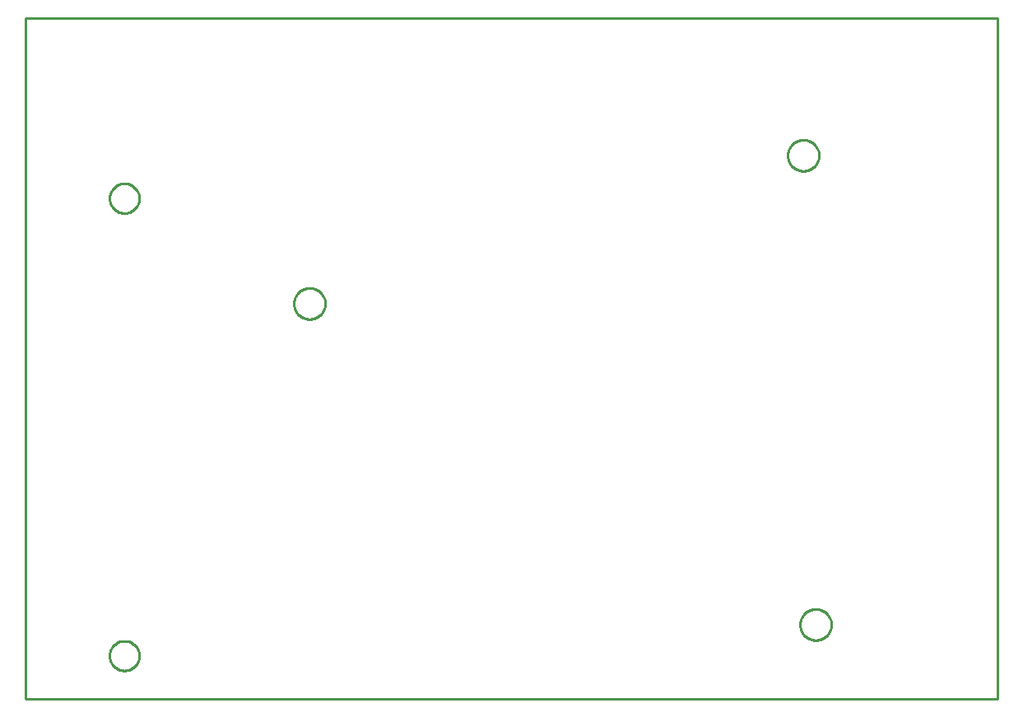
<source format=gbr>
G04 EAGLE Gerber X2 export*
%TF.Part,Single*%
%TF.FileFunction,Profile,NP*%
%TF.FilePolarity,Positive*%
%TF.GenerationSoftware,Autodesk,EAGLE,9.6.2*%
%TF.CreationDate,2020-09-17T17:49:48Z*%
G75*
%MOMM*%
%FSLAX34Y34*%
%LPD*%
%IN*%
%AMOC8*
5,1,8,0,0,1.08239X$1,22.5*%
G01*
%ADD10C,0.254000*%


D10*
X0Y0D02*
X1000000Y0D01*
X1000000Y700000D01*
X0Y700000D01*
X0Y0D01*
X101056Y499364D02*
X99970Y499442D01*
X98892Y499597D01*
X97829Y499828D01*
X96784Y500135D01*
X95764Y500515D01*
X94774Y500967D01*
X93819Y501489D01*
X92903Y502078D01*
X92031Y502730D01*
X91209Y503443D01*
X90439Y504213D01*
X89726Y505035D01*
X89074Y505907D01*
X88485Y506823D01*
X87963Y507778D01*
X87511Y508768D01*
X87131Y509788D01*
X86824Y510833D01*
X86593Y511896D01*
X86438Y512974D01*
X86360Y514060D01*
X86360Y515148D01*
X86438Y516234D01*
X86593Y517312D01*
X86824Y518375D01*
X87131Y519420D01*
X87511Y520440D01*
X87963Y521430D01*
X88485Y522385D01*
X89074Y523301D01*
X89726Y524173D01*
X90439Y524995D01*
X91209Y525765D01*
X92031Y526478D01*
X92903Y527130D01*
X93819Y527719D01*
X94774Y528241D01*
X95764Y528693D01*
X96784Y529073D01*
X97829Y529380D01*
X98892Y529611D01*
X99970Y529766D01*
X101056Y529844D01*
X102144Y529844D01*
X103230Y529766D01*
X104308Y529611D01*
X105371Y529380D01*
X106416Y529073D01*
X107436Y528693D01*
X108426Y528241D01*
X109381Y527719D01*
X110297Y527130D01*
X111169Y526478D01*
X111991Y525765D01*
X112761Y524995D01*
X113474Y524173D01*
X114126Y523301D01*
X114715Y522385D01*
X115237Y521430D01*
X115689Y520440D01*
X116069Y519420D01*
X116376Y518375D01*
X116607Y517312D01*
X116762Y516234D01*
X116840Y515148D01*
X116840Y514060D01*
X116762Y512974D01*
X116607Y511896D01*
X116376Y510833D01*
X116069Y509788D01*
X115689Y508768D01*
X115237Y507778D01*
X114715Y506823D01*
X114126Y505907D01*
X113474Y505035D01*
X112761Y504213D01*
X111991Y503443D01*
X111169Y502730D01*
X110297Y502078D01*
X109381Y501489D01*
X108426Y500967D01*
X107436Y500515D01*
X106416Y500135D01*
X105371Y499828D01*
X104308Y499597D01*
X103230Y499442D01*
X102144Y499364D01*
X101056Y499364D01*
X101056Y28956D02*
X99970Y29034D01*
X98892Y29189D01*
X97829Y29420D01*
X96784Y29727D01*
X95764Y30107D01*
X94774Y30559D01*
X93819Y31081D01*
X92903Y31670D01*
X92031Y32322D01*
X91209Y33035D01*
X90439Y33805D01*
X89726Y34627D01*
X89074Y35499D01*
X88485Y36415D01*
X87963Y37370D01*
X87511Y38360D01*
X87131Y39380D01*
X86824Y40425D01*
X86593Y41488D01*
X86438Y42566D01*
X86360Y43652D01*
X86360Y44740D01*
X86438Y45826D01*
X86593Y46904D01*
X86824Y47967D01*
X87131Y49012D01*
X87511Y50032D01*
X87963Y51022D01*
X88485Y51977D01*
X89074Y52893D01*
X89726Y53765D01*
X90439Y54587D01*
X91209Y55357D01*
X92031Y56070D01*
X92903Y56722D01*
X93819Y57311D01*
X94774Y57833D01*
X95764Y58285D01*
X96784Y58665D01*
X97829Y58972D01*
X98892Y59203D01*
X99970Y59358D01*
X101056Y59436D01*
X102144Y59436D01*
X103230Y59358D01*
X104308Y59203D01*
X105371Y58972D01*
X106416Y58665D01*
X107436Y58285D01*
X108426Y57833D01*
X109381Y57311D01*
X110297Y56722D01*
X111169Y56070D01*
X111991Y55357D01*
X112761Y54587D01*
X113474Y53765D01*
X114126Y52893D01*
X114715Y51977D01*
X115237Y51022D01*
X115689Y50032D01*
X116069Y49012D01*
X116376Y47967D01*
X116607Y46904D01*
X116762Y45826D01*
X116840Y44740D01*
X116840Y43652D01*
X116762Y42566D01*
X116607Y41488D01*
X116376Y40425D01*
X116069Y39380D01*
X115689Y38360D01*
X115237Y37370D01*
X114715Y36415D01*
X114126Y35499D01*
X113474Y34627D01*
X112761Y33805D01*
X111991Y33035D01*
X111169Y32322D01*
X110297Y31670D01*
X109381Y31081D01*
X108426Y30559D01*
X107436Y30107D01*
X106416Y29727D01*
X105371Y29420D01*
X104308Y29189D01*
X103230Y29034D01*
X102144Y28956D01*
X101056Y28956D01*
X784100Y558276D02*
X784169Y557231D01*
X784305Y556192D01*
X784510Y555165D01*
X784781Y554153D01*
X785117Y553161D01*
X785518Y552193D01*
X785982Y551254D01*
X786506Y550346D01*
X787088Y549475D01*
X787725Y548644D01*
X788416Y547857D01*
X789157Y547116D01*
X789944Y546425D01*
X790775Y545788D01*
X791646Y545206D01*
X792554Y544682D01*
X793493Y544218D01*
X794461Y543817D01*
X795453Y543481D01*
X796465Y543210D01*
X797492Y543005D01*
X798531Y542869D01*
X799576Y542800D01*
X800624Y542800D01*
X801669Y542869D01*
X802708Y543005D01*
X803735Y543210D01*
X804747Y543481D01*
X805739Y543817D01*
X806707Y544218D01*
X807646Y544682D01*
X808554Y545206D01*
X809425Y545788D01*
X810256Y546425D01*
X811043Y547116D01*
X811784Y547857D01*
X812475Y548644D01*
X813113Y549475D01*
X813695Y550346D01*
X814218Y551254D01*
X814682Y552193D01*
X815083Y553161D01*
X815419Y554153D01*
X815690Y555165D01*
X815895Y556192D01*
X816032Y557231D01*
X816100Y558276D01*
X816100Y559324D01*
X816032Y560369D01*
X815895Y561408D01*
X815690Y562435D01*
X815419Y563447D01*
X815083Y564439D01*
X814682Y565407D01*
X814218Y566346D01*
X813695Y567254D01*
X813113Y568125D01*
X812475Y568956D01*
X811784Y569743D01*
X811043Y570484D01*
X810256Y571175D01*
X809425Y571813D01*
X808554Y572395D01*
X807646Y572918D01*
X806707Y573382D01*
X805739Y573783D01*
X804747Y574119D01*
X803735Y574390D01*
X802708Y574595D01*
X801669Y574732D01*
X800624Y574800D01*
X799576Y574800D01*
X798531Y574732D01*
X797492Y574595D01*
X796465Y574390D01*
X795453Y574119D01*
X794461Y573783D01*
X793493Y573382D01*
X792554Y572918D01*
X791646Y572395D01*
X790775Y571813D01*
X789944Y571175D01*
X789157Y570484D01*
X788416Y569743D01*
X787725Y568956D01*
X787088Y568125D01*
X786506Y567254D01*
X785982Y566346D01*
X785518Y565407D01*
X785117Y564439D01*
X784781Y563447D01*
X784510Y562435D01*
X784305Y561408D01*
X784169Y560369D01*
X784100Y559324D01*
X784100Y558276D01*
X276100Y405876D02*
X276169Y404831D01*
X276305Y403792D01*
X276510Y402765D01*
X276781Y401753D01*
X277117Y400761D01*
X277518Y399793D01*
X277982Y398854D01*
X278506Y397946D01*
X279088Y397075D01*
X279725Y396244D01*
X280416Y395457D01*
X281157Y394716D01*
X281944Y394025D01*
X282775Y393388D01*
X283646Y392806D01*
X284554Y392282D01*
X285493Y391818D01*
X286461Y391417D01*
X287453Y391081D01*
X288465Y390810D01*
X289492Y390605D01*
X290531Y390469D01*
X291576Y390400D01*
X292624Y390400D01*
X293669Y390469D01*
X294708Y390605D01*
X295735Y390810D01*
X296747Y391081D01*
X297739Y391417D01*
X298707Y391818D01*
X299646Y392282D01*
X300554Y392806D01*
X301425Y393388D01*
X302256Y394025D01*
X303043Y394716D01*
X303784Y395457D01*
X304475Y396244D01*
X305113Y397075D01*
X305695Y397946D01*
X306218Y398854D01*
X306682Y399793D01*
X307083Y400761D01*
X307419Y401753D01*
X307690Y402765D01*
X307895Y403792D01*
X308032Y404831D01*
X308100Y405876D01*
X308100Y406924D01*
X308032Y407969D01*
X307895Y409008D01*
X307690Y410035D01*
X307419Y411047D01*
X307083Y412039D01*
X306682Y413007D01*
X306218Y413946D01*
X305695Y414854D01*
X305113Y415725D01*
X304475Y416556D01*
X303784Y417343D01*
X303043Y418084D01*
X302256Y418775D01*
X301425Y419413D01*
X300554Y419995D01*
X299646Y420518D01*
X298707Y420982D01*
X297739Y421383D01*
X296747Y421719D01*
X295735Y421990D01*
X294708Y422195D01*
X293669Y422332D01*
X292624Y422400D01*
X291576Y422400D01*
X290531Y422332D01*
X289492Y422195D01*
X288465Y421990D01*
X287453Y421719D01*
X286461Y421383D01*
X285493Y420982D01*
X284554Y420518D01*
X283646Y419995D01*
X282775Y419413D01*
X281944Y418775D01*
X281157Y418084D01*
X280416Y417343D01*
X279725Y416556D01*
X279088Y415725D01*
X278506Y414854D01*
X277982Y413946D01*
X277518Y413007D01*
X277117Y412039D01*
X276781Y411047D01*
X276510Y410035D01*
X276305Y409008D01*
X276169Y407969D01*
X276100Y406924D01*
X276100Y405876D01*
X796800Y75676D02*
X796869Y74631D01*
X797005Y73592D01*
X797210Y72565D01*
X797481Y71553D01*
X797817Y70561D01*
X798218Y69593D01*
X798682Y68654D01*
X799206Y67746D01*
X799788Y66875D01*
X800425Y66044D01*
X801116Y65257D01*
X801857Y64516D01*
X802644Y63825D01*
X803475Y63188D01*
X804346Y62606D01*
X805254Y62082D01*
X806193Y61618D01*
X807161Y61217D01*
X808153Y60881D01*
X809165Y60610D01*
X810192Y60405D01*
X811231Y60269D01*
X812276Y60200D01*
X813324Y60200D01*
X814369Y60269D01*
X815408Y60405D01*
X816435Y60610D01*
X817447Y60881D01*
X818439Y61217D01*
X819407Y61618D01*
X820346Y62082D01*
X821254Y62606D01*
X822125Y63188D01*
X822956Y63825D01*
X823743Y64516D01*
X824484Y65257D01*
X825175Y66044D01*
X825813Y66875D01*
X826395Y67746D01*
X826918Y68654D01*
X827382Y69593D01*
X827783Y70561D01*
X828119Y71553D01*
X828390Y72565D01*
X828595Y73592D01*
X828732Y74631D01*
X828800Y75676D01*
X828800Y76724D01*
X828732Y77769D01*
X828595Y78808D01*
X828390Y79835D01*
X828119Y80847D01*
X827783Y81839D01*
X827382Y82807D01*
X826918Y83746D01*
X826395Y84654D01*
X825813Y85525D01*
X825175Y86356D01*
X824484Y87143D01*
X823743Y87884D01*
X822956Y88575D01*
X822125Y89213D01*
X821254Y89795D01*
X820346Y90318D01*
X819407Y90782D01*
X818439Y91183D01*
X817447Y91519D01*
X816435Y91790D01*
X815408Y91995D01*
X814369Y92132D01*
X813324Y92200D01*
X812276Y92200D01*
X811231Y92132D01*
X810192Y91995D01*
X809165Y91790D01*
X808153Y91519D01*
X807161Y91183D01*
X806193Y90782D01*
X805254Y90318D01*
X804346Y89795D01*
X803475Y89213D01*
X802644Y88575D01*
X801857Y87884D01*
X801116Y87143D01*
X800425Y86356D01*
X799788Y85525D01*
X799206Y84654D01*
X798682Y83746D01*
X798218Y82807D01*
X797817Y81839D01*
X797481Y80847D01*
X797210Y79835D01*
X797005Y78808D01*
X796869Y77769D01*
X796800Y76724D01*
X796800Y75676D01*
M02*

</source>
